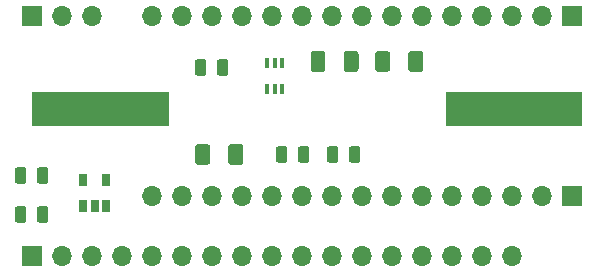
<source format=gbr>
G04 #@! TF.GenerationSoftware,KiCad,Pcbnew,5.1.5+dfsg1-2build2*
G04 #@! TF.CreationDate,2021-06-04T03:42:04+02:00*
G04 #@! TF.ProjectId,circuit8,63697263-7569-4743-982e-6b696361645f,rev?*
G04 #@! TF.SameCoordinates,Original*
G04 #@! TF.FileFunction,Soldermask,Top*
G04 #@! TF.FilePolarity,Negative*
%FSLAX46Y46*%
G04 Gerber Fmt 4.6, Leading zero omitted, Abs format (unit mm)*
G04 Created by KiCad (PCBNEW 5.1.5+dfsg1-2build2) date 2021-06-04 03:42:04*
%MOMM*%
%LPD*%
G04 APERTURE LIST*
%ADD10R,6.000000X3.000000*%
%ADD11O,1.700000X1.700000*%
%ADD12R,1.700000X1.700000*%
%ADD13C,0.100000*%
%ADD14R,0.400000X0.900000*%
%ADD15R,0.650000X1.060000*%
G04 APERTURE END LIST*
D10*
X28432000Y-33274000D03*
X69032000Y-33274000D03*
X34032000Y-33274000D03*
X63432000Y-33274000D03*
D11*
X35560000Y-25400000D03*
X38100000Y-25400000D03*
X40640000Y-25400000D03*
X43180000Y-25400000D03*
X45720000Y-25400000D03*
X48260000Y-25400000D03*
X50800000Y-25400000D03*
X53340000Y-25400000D03*
X55880000Y-25400000D03*
X58420000Y-25400000D03*
X60960000Y-25400000D03*
X63500000Y-25400000D03*
X66040000Y-25400000D03*
X68580000Y-25400000D03*
D12*
X71120000Y-25400000D03*
D13*
G36*
X58317504Y-28336204D02*
G01*
X58341773Y-28339804D01*
X58365571Y-28345765D01*
X58388671Y-28354030D01*
X58410849Y-28364520D01*
X58431893Y-28377133D01*
X58451598Y-28391747D01*
X58469777Y-28408223D01*
X58486253Y-28426402D01*
X58500867Y-28446107D01*
X58513480Y-28467151D01*
X58523970Y-28489329D01*
X58532235Y-28512429D01*
X58538196Y-28536227D01*
X58541796Y-28560496D01*
X58543000Y-28585000D01*
X58543000Y-29835000D01*
X58541796Y-29859504D01*
X58538196Y-29883773D01*
X58532235Y-29907571D01*
X58523970Y-29930671D01*
X58513480Y-29952849D01*
X58500867Y-29973893D01*
X58486253Y-29993598D01*
X58469777Y-30011777D01*
X58451598Y-30028253D01*
X58431893Y-30042867D01*
X58410849Y-30055480D01*
X58388671Y-30065970D01*
X58365571Y-30074235D01*
X58341773Y-30080196D01*
X58317504Y-30083796D01*
X58293000Y-30085000D01*
X57543000Y-30085000D01*
X57518496Y-30083796D01*
X57494227Y-30080196D01*
X57470429Y-30074235D01*
X57447329Y-30065970D01*
X57425151Y-30055480D01*
X57404107Y-30042867D01*
X57384402Y-30028253D01*
X57366223Y-30011777D01*
X57349747Y-29993598D01*
X57335133Y-29973893D01*
X57322520Y-29952849D01*
X57312030Y-29930671D01*
X57303765Y-29907571D01*
X57297804Y-29883773D01*
X57294204Y-29859504D01*
X57293000Y-29835000D01*
X57293000Y-28585000D01*
X57294204Y-28560496D01*
X57297804Y-28536227D01*
X57303765Y-28512429D01*
X57312030Y-28489329D01*
X57322520Y-28467151D01*
X57335133Y-28446107D01*
X57349747Y-28426402D01*
X57366223Y-28408223D01*
X57384402Y-28391747D01*
X57404107Y-28377133D01*
X57425151Y-28364520D01*
X57447329Y-28354030D01*
X57470429Y-28345765D01*
X57494227Y-28339804D01*
X57518496Y-28336204D01*
X57543000Y-28335000D01*
X58293000Y-28335000D01*
X58317504Y-28336204D01*
G37*
G36*
X55517504Y-28336204D02*
G01*
X55541773Y-28339804D01*
X55565571Y-28345765D01*
X55588671Y-28354030D01*
X55610849Y-28364520D01*
X55631893Y-28377133D01*
X55651598Y-28391747D01*
X55669777Y-28408223D01*
X55686253Y-28426402D01*
X55700867Y-28446107D01*
X55713480Y-28467151D01*
X55723970Y-28489329D01*
X55732235Y-28512429D01*
X55738196Y-28536227D01*
X55741796Y-28560496D01*
X55743000Y-28585000D01*
X55743000Y-29835000D01*
X55741796Y-29859504D01*
X55738196Y-29883773D01*
X55732235Y-29907571D01*
X55723970Y-29930671D01*
X55713480Y-29952849D01*
X55700867Y-29973893D01*
X55686253Y-29993598D01*
X55669777Y-30011777D01*
X55651598Y-30028253D01*
X55631893Y-30042867D01*
X55610849Y-30055480D01*
X55588671Y-30065970D01*
X55565571Y-30074235D01*
X55541773Y-30080196D01*
X55517504Y-30083796D01*
X55493000Y-30085000D01*
X54743000Y-30085000D01*
X54718496Y-30083796D01*
X54694227Y-30080196D01*
X54670429Y-30074235D01*
X54647329Y-30065970D01*
X54625151Y-30055480D01*
X54604107Y-30042867D01*
X54584402Y-30028253D01*
X54566223Y-30011777D01*
X54549747Y-29993598D01*
X54535133Y-29973893D01*
X54522520Y-29952849D01*
X54512030Y-29930671D01*
X54503765Y-29907571D01*
X54497804Y-29883773D01*
X54494204Y-29859504D01*
X54493000Y-29835000D01*
X54493000Y-28585000D01*
X54494204Y-28560496D01*
X54497804Y-28536227D01*
X54503765Y-28512429D01*
X54512030Y-28489329D01*
X54522520Y-28467151D01*
X54535133Y-28446107D01*
X54549747Y-28426402D01*
X54566223Y-28408223D01*
X54584402Y-28391747D01*
X54604107Y-28377133D01*
X54625151Y-28364520D01*
X54647329Y-28354030D01*
X54670429Y-28345765D01*
X54694227Y-28339804D01*
X54718496Y-28336204D01*
X54743000Y-28335000D01*
X55493000Y-28335000D01*
X55517504Y-28336204D01*
G37*
G36*
X50053504Y-28336204D02*
G01*
X50077773Y-28339804D01*
X50101571Y-28345765D01*
X50124671Y-28354030D01*
X50146849Y-28364520D01*
X50167893Y-28377133D01*
X50187598Y-28391747D01*
X50205777Y-28408223D01*
X50222253Y-28426402D01*
X50236867Y-28446107D01*
X50249480Y-28467151D01*
X50259970Y-28489329D01*
X50268235Y-28512429D01*
X50274196Y-28536227D01*
X50277796Y-28560496D01*
X50279000Y-28585000D01*
X50279000Y-29835000D01*
X50277796Y-29859504D01*
X50274196Y-29883773D01*
X50268235Y-29907571D01*
X50259970Y-29930671D01*
X50249480Y-29952849D01*
X50236867Y-29973893D01*
X50222253Y-29993598D01*
X50205777Y-30011777D01*
X50187598Y-30028253D01*
X50167893Y-30042867D01*
X50146849Y-30055480D01*
X50124671Y-30065970D01*
X50101571Y-30074235D01*
X50077773Y-30080196D01*
X50053504Y-30083796D01*
X50029000Y-30085000D01*
X49279000Y-30085000D01*
X49254496Y-30083796D01*
X49230227Y-30080196D01*
X49206429Y-30074235D01*
X49183329Y-30065970D01*
X49161151Y-30055480D01*
X49140107Y-30042867D01*
X49120402Y-30028253D01*
X49102223Y-30011777D01*
X49085747Y-29993598D01*
X49071133Y-29973893D01*
X49058520Y-29952849D01*
X49048030Y-29930671D01*
X49039765Y-29907571D01*
X49033804Y-29883773D01*
X49030204Y-29859504D01*
X49029000Y-29835000D01*
X49029000Y-28585000D01*
X49030204Y-28560496D01*
X49033804Y-28536227D01*
X49039765Y-28512429D01*
X49048030Y-28489329D01*
X49058520Y-28467151D01*
X49071133Y-28446107D01*
X49085747Y-28426402D01*
X49102223Y-28408223D01*
X49120402Y-28391747D01*
X49140107Y-28377133D01*
X49161151Y-28364520D01*
X49183329Y-28354030D01*
X49206429Y-28345765D01*
X49230227Y-28339804D01*
X49254496Y-28336204D01*
X49279000Y-28335000D01*
X50029000Y-28335000D01*
X50053504Y-28336204D01*
G37*
G36*
X52853504Y-28336204D02*
G01*
X52877773Y-28339804D01*
X52901571Y-28345765D01*
X52924671Y-28354030D01*
X52946849Y-28364520D01*
X52967893Y-28377133D01*
X52987598Y-28391747D01*
X53005777Y-28408223D01*
X53022253Y-28426402D01*
X53036867Y-28446107D01*
X53049480Y-28467151D01*
X53059970Y-28489329D01*
X53068235Y-28512429D01*
X53074196Y-28536227D01*
X53077796Y-28560496D01*
X53079000Y-28585000D01*
X53079000Y-29835000D01*
X53077796Y-29859504D01*
X53074196Y-29883773D01*
X53068235Y-29907571D01*
X53059970Y-29930671D01*
X53049480Y-29952849D01*
X53036867Y-29973893D01*
X53022253Y-29993598D01*
X53005777Y-30011777D01*
X52987598Y-30028253D01*
X52967893Y-30042867D01*
X52946849Y-30055480D01*
X52924671Y-30065970D01*
X52901571Y-30074235D01*
X52877773Y-30080196D01*
X52853504Y-30083796D01*
X52829000Y-30085000D01*
X52079000Y-30085000D01*
X52054496Y-30083796D01*
X52030227Y-30080196D01*
X52006429Y-30074235D01*
X51983329Y-30065970D01*
X51961151Y-30055480D01*
X51940107Y-30042867D01*
X51920402Y-30028253D01*
X51902223Y-30011777D01*
X51885747Y-29993598D01*
X51871133Y-29973893D01*
X51858520Y-29952849D01*
X51848030Y-29930671D01*
X51839765Y-29907571D01*
X51833804Y-29883773D01*
X51830204Y-29859504D01*
X51829000Y-29835000D01*
X51829000Y-28585000D01*
X51830204Y-28560496D01*
X51833804Y-28536227D01*
X51839765Y-28512429D01*
X51848030Y-28489329D01*
X51858520Y-28467151D01*
X51871133Y-28446107D01*
X51885747Y-28426402D01*
X51902223Y-28408223D01*
X51920402Y-28391747D01*
X51940107Y-28377133D01*
X51961151Y-28364520D01*
X51983329Y-28354030D01*
X52006429Y-28345765D01*
X52030227Y-28339804D01*
X52054496Y-28336204D01*
X52079000Y-28335000D01*
X52829000Y-28335000D01*
X52853504Y-28336204D01*
G37*
G36*
X40277504Y-36210204D02*
G01*
X40301773Y-36213804D01*
X40325571Y-36219765D01*
X40348671Y-36228030D01*
X40370849Y-36238520D01*
X40391893Y-36251133D01*
X40411598Y-36265747D01*
X40429777Y-36282223D01*
X40446253Y-36300402D01*
X40460867Y-36320107D01*
X40473480Y-36341151D01*
X40483970Y-36363329D01*
X40492235Y-36386429D01*
X40498196Y-36410227D01*
X40501796Y-36434496D01*
X40503000Y-36459000D01*
X40503000Y-37709000D01*
X40501796Y-37733504D01*
X40498196Y-37757773D01*
X40492235Y-37781571D01*
X40483970Y-37804671D01*
X40473480Y-37826849D01*
X40460867Y-37847893D01*
X40446253Y-37867598D01*
X40429777Y-37885777D01*
X40411598Y-37902253D01*
X40391893Y-37916867D01*
X40370849Y-37929480D01*
X40348671Y-37939970D01*
X40325571Y-37948235D01*
X40301773Y-37954196D01*
X40277504Y-37957796D01*
X40253000Y-37959000D01*
X39503000Y-37959000D01*
X39478496Y-37957796D01*
X39454227Y-37954196D01*
X39430429Y-37948235D01*
X39407329Y-37939970D01*
X39385151Y-37929480D01*
X39364107Y-37916867D01*
X39344402Y-37902253D01*
X39326223Y-37885777D01*
X39309747Y-37867598D01*
X39295133Y-37847893D01*
X39282520Y-37826849D01*
X39272030Y-37804671D01*
X39263765Y-37781571D01*
X39257804Y-37757773D01*
X39254204Y-37733504D01*
X39253000Y-37709000D01*
X39253000Y-36459000D01*
X39254204Y-36434496D01*
X39257804Y-36410227D01*
X39263765Y-36386429D01*
X39272030Y-36363329D01*
X39282520Y-36341151D01*
X39295133Y-36320107D01*
X39309747Y-36300402D01*
X39326223Y-36282223D01*
X39344402Y-36265747D01*
X39364107Y-36251133D01*
X39385151Y-36238520D01*
X39407329Y-36228030D01*
X39430429Y-36219765D01*
X39454227Y-36213804D01*
X39478496Y-36210204D01*
X39503000Y-36209000D01*
X40253000Y-36209000D01*
X40277504Y-36210204D01*
G37*
G36*
X43077504Y-36210204D02*
G01*
X43101773Y-36213804D01*
X43125571Y-36219765D01*
X43148671Y-36228030D01*
X43170849Y-36238520D01*
X43191893Y-36251133D01*
X43211598Y-36265747D01*
X43229777Y-36282223D01*
X43246253Y-36300402D01*
X43260867Y-36320107D01*
X43273480Y-36341151D01*
X43283970Y-36363329D01*
X43292235Y-36386429D01*
X43298196Y-36410227D01*
X43301796Y-36434496D01*
X43303000Y-36459000D01*
X43303000Y-37709000D01*
X43301796Y-37733504D01*
X43298196Y-37757773D01*
X43292235Y-37781571D01*
X43283970Y-37804671D01*
X43273480Y-37826849D01*
X43260867Y-37847893D01*
X43246253Y-37867598D01*
X43229777Y-37885777D01*
X43211598Y-37902253D01*
X43191893Y-37916867D01*
X43170849Y-37929480D01*
X43148671Y-37939970D01*
X43125571Y-37948235D01*
X43101773Y-37954196D01*
X43077504Y-37957796D01*
X43053000Y-37959000D01*
X42303000Y-37959000D01*
X42278496Y-37957796D01*
X42254227Y-37954196D01*
X42230429Y-37948235D01*
X42207329Y-37939970D01*
X42185151Y-37929480D01*
X42164107Y-37916867D01*
X42144402Y-37902253D01*
X42126223Y-37885777D01*
X42109747Y-37867598D01*
X42095133Y-37847893D01*
X42082520Y-37826849D01*
X42072030Y-37804671D01*
X42063765Y-37781571D01*
X42057804Y-37757773D01*
X42054204Y-37733504D01*
X42053000Y-37709000D01*
X42053000Y-36459000D01*
X42054204Y-36434496D01*
X42057804Y-36410227D01*
X42063765Y-36386429D01*
X42072030Y-36363329D01*
X42082520Y-36341151D01*
X42095133Y-36320107D01*
X42109747Y-36300402D01*
X42126223Y-36282223D01*
X42144402Y-36265747D01*
X42164107Y-36251133D01*
X42185151Y-36238520D01*
X42207329Y-36228030D01*
X42230429Y-36219765D01*
X42254227Y-36213804D01*
X42278496Y-36210204D01*
X42303000Y-36209000D01*
X43053000Y-36209000D01*
X43077504Y-36210204D01*
G37*
D12*
X71120000Y-40640000D03*
D11*
X68580000Y-40640000D03*
X66040000Y-40640000D03*
X63500000Y-40640000D03*
X60960000Y-40640000D03*
X58420000Y-40640000D03*
X55880000Y-40640000D03*
X53340000Y-40640000D03*
X50800000Y-40640000D03*
X48260000Y-40640000D03*
X45720000Y-40640000D03*
X43180000Y-40640000D03*
X40640000Y-40640000D03*
X38100000Y-40640000D03*
X35560000Y-40640000D03*
D12*
X25400000Y-45720000D03*
D11*
X27940000Y-45720000D03*
X30480000Y-45720000D03*
X33020000Y-45720000D03*
X35560000Y-45720000D03*
X38100000Y-45720000D03*
X40640000Y-45720000D03*
X43180000Y-45720000D03*
X45720000Y-45720000D03*
X48260000Y-45720000D03*
X50800000Y-45720000D03*
X53340000Y-45720000D03*
X55880000Y-45720000D03*
X58420000Y-45720000D03*
X60960000Y-45720000D03*
X63500000Y-45720000D03*
X66040000Y-45720000D03*
D13*
G36*
X41845142Y-29019174D02*
G01*
X41868803Y-29022684D01*
X41892007Y-29028496D01*
X41914529Y-29036554D01*
X41936153Y-29046782D01*
X41956670Y-29059079D01*
X41975883Y-29073329D01*
X41993607Y-29089393D01*
X42009671Y-29107117D01*
X42023921Y-29126330D01*
X42036218Y-29146847D01*
X42046446Y-29168471D01*
X42054504Y-29190993D01*
X42060316Y-29214197D01*
X42063826Y-29237858D01*
X42065000Y-29261750D01*
X42065000Y-30174250D01*
X42063826Y-30198142D01*
X42060316Y-30221803D01*
X42054504Y-30245007D01*
X42046446Y-30267529D01*
X42036218Y-30289153D01*
X42023921Y-30309670D01*
X42009671Y-30328883D01*
X41993607Y-30346607D01*
X41975883Y-30362671D01*
X41956670Y-30376921D01*
X41936153Y-30389218D01*
X41914529Y-30399446D01*
X41892007Y-30407504D01*
X41868803Y-30413316D01*
X41845142Y-30416826D01*
X41821250Y-30418000D01*
X41333750Y-30418000D01*
X41309858Y-30416826D01*
X41286197Y-30413316D01*
X41262993Y-30407504D01*
X41240471Y-30399446D01*
X41218847Y-30389218D01*
X41198330Y-30376921D01*
X41179117Y-30362671D01*
X41161393Y-30346607D01*
X41145329Y-30328883D01*
X41131079Y-30309670D01*
X41118782Y-30289153D01*
X41108554Y-30267529D01*
X41100496Y-30245007D01*
X41094684Y-30221803D01*
X41091174Y-30198142D01*
X41090000Y-30174250D01*
X41090000Y-29261750D01*
X41091174Y-29237858D01*
X41094684Y-29214197D01*
X41100496Y-29190993D01*
X41108554Y-29168471D01*
X41118782Y-29146847D01*
X41131079Y-29126330D01*
X41145329Y-29107117D01*
X41161393Y-29089393D01*
X41179117Y-29073329D01*
X41198330Y-29059079D01*
X41218847Y-29046782D01*
X41240471Y-29036554D01*
X41262993Y-29028496D01*
X41286197Y-29022684D01*
X41309858Y-29019174D01*
X41333750Y-29018000D01*
X41821250Y-29018000D01*
X41845142Y-29019174D01*
G37*
G36*
X39970142Y-29019174D02*
G01*
X39993803Y-29022684D01*
X40017007Y-29028496D01*
X40039529Y-29036554D01*
X40061153Y-29046782D01*
X40081670Y-29059079D01*
X40100883Y-29073329D01*
X40118607Y-29089393D01*
X40134671Y-29107117D01*
X40148921Y-29126330D01*
X40161218Y-29146847D01*
X40171446Y-29168471D01*
X40179504Y-29190993D01*
X40185316Y-29214197D01*
X40188826Y-29237858D01*
X40190000Y-29261750D01*
X40190000Y-30174250D01*
X40188826Y-30198142D01*
X40185316Y-30221803D01*
X40179504Y-30245007D01*
X40171446Y-30267529D01*
X40161218Y-30289153D01*
X40148921Y-30309670D01*
X40134671Y-30328883D01*
X40118607Y-30346607D01*
X40100883Y-30362671D01*
X40081670Y-30376921D01*
X40061153Y-30389218D01*
X40039529Y-30399446D01*
X40017007Y-30407504D01*
X39993803Y-30413316D01*
X39970142Y-30416826D01*
X39946250Y-30418000D01*
X39458750Y-30418000D01*
X39434858Y-30416826D01*
X39411197Y-30413316D01*
X39387993Y-30407504D01*
X39365471Y-30399446D01*
X39343847Y-30389218D01*
X39323330Y-30376921D01*
X39304117Y-30362671D01*
X39286393Y-30346607D01*
X39270329Y-30328883D01*
X39256079Y-30309670D01*
X39243782Y-30289153D01*
X39233554Y-30267529D01*
X39225496Y-30245007D01*
X39219684Y-30221803D01*
X39216174Y-30198142D01*
X39215000Y-30174250D01*
X39215000Y-29261750D01*
X39216174Y-29237858D01*
X39219684Y-29214197D01*
X39225496Y-29190993D01*
X39233554Y-29168471D01*
X39243782Y-29146847D01*
X39256079Y-29126330D01*
X39270329Y-29107117D01*
X39286393Y-29089393D01*
X39304117Y-29073329D01*
X39323330Y-29059079D01*
X39343847Y-29046782D01*
X39365471Y-29036554D01*
X39387993Y-29028496D01*
X39411197Y-29022684D01*
X39434858Y-29019174D01*
X39458750Y-29018000D01*
X39946250Y-29018000D01*
X39970142Y-29019174D01*
G37*
G36*
X53021142Y-36385174D02*
G01*
X53044803Y-36388684D01*
X53068007Y-36394496D01*
X53090529Y-36402554D01*
X53112153Y-36412782D01*
X53132670Y-36425079D01*
X53151883Y-36439329D01*
X53169607Y-36455393D01*
X53185671Y-36473117D01*
X53199921Y-36492330D01*
X53212218Y-36512847D01*
X53222446Y-36534471D01*
X53230504Y-36556993D01*
X53236316Y-36580197D01*
X53239826Y-36603858D01*
X53241000Y-36627750D01*
X53241000Y-37540250D01*
X53239826Y-37564142D01*
X53236316Y-37587803D01*
X53230504Y-37611007D01*
X53222446Y-37633529D01*
X53212218Y-37655153D01*
X53199921Y-37675670D01*
X53185671Y-37694883D01*
X53169607Y-37712607D01*
X53151883Y-37728671D01*
X53132670Y-37742921D01*
X53112153Y-37755218D01*
X53090529Y-37765446D01*
X53068007Y-37773504D01*
X53044803Y-37779316D01*
X53021142Y-37782826D01*
X52997250Y-37784000D01*
X52509750Y-37784000D01*
X52485858Y-37782826D01*
X52462197Y-37779316D01*
X52438993Y-37773504D01*
X52416471Y-37765446D01*
X52394847Y-37755218D01*
X52374330Y-37742921D01*
X52355117Y-37728671D01*
X52337393Y-37712607D01*
X52321329Y-37694883D01*
X52307079Y-37675670D01*
X52294782Y-37655153D01*
X52284554Y-37633529D01*
X52276496Y-37611007D01*
X52270684Y-37587803D01*
X52267174Y-37564142D01*
X52266000Y-37540250D01*
X52266000Y-36627750D01*
X52267174Y-36603858D01*
X52270684Y-36580197D01*
X52276496Y-36556993D01*
X52284554Y-36534471D01*
X52294782Y-36512847D01*
X52307079Y-36492330D01*
X52321329Y-36473117D01*
X52337393Y-36455393D01*
X52355117Y-36439329D01*
X52374330Y-36425079D01*
X52394847Y-36412782D01*
X52416471Y-36402554D01*
X52438993Y-36394496D01*
X52462197Y-36388684D01*
X52485858Y-36385174D01*
X52509750Y-36384000D01*
X52997250Y-36384000D01*
X53021142Y-36385174D01*
G37*
G36*
X51146142Y-36385174D02*
G01*
X51169803Y-36388684D01*
X51193007Y-36394496D01*
X51215529Y-36402554D01*
X51237153Y-36412782D01*
X51257670Y-36425079D01*
X51276883Y-36439329D01*
X51294607Y-36455393D01*
X51310671Y-36473117D01*
X51324921Y-36492330D01*
X51337218Y-36512847D01*
X51347446Y-36534471D01*
X51355504Y-36556993D01*
X51361316Y-36580197D01*
X51364826Y-36603858D01*
X51366000Y-36627750D01*
X51366000Y-37540250D01*
X51364826Y-37564142D01*
X51361316Y-37587803D01*
X51355504Y-37611007D01*
X51347446Y-37633529D01*
X51337218Y-37655153D01*
X51324921Y-37675670D01*
X51310671Y-37694883D01*
X51294607Y-37712607D01*
X51276883Y-37728671D01*
X51257670Y-37742921D01*
X51237153Y-37755218D01*
X51215529Y-37765446D01*
X51193007Y-37773504D01*
X51169803Y-37779316D01*
X51146142Y-37782826D01*
X51122250Y-37784000D01*
X50634750Y-37784000D01*
X50610858Y-37782826D01*
X50587197Y-37779316D01*
X50563993Y-37773504D01*
X50541471Y-37765446D01*
X50519847Y-37755218D01*
X50499330Y-37742921D01*
X50480117Y-37728671D01*
X50462393Y-37712607D01*
X50446329Y-37694883D01*
X50432079Y-37675670D01*
X50419782Y-37655153D01*
X50409554Y-37633529D01*
X50401496Y-37611007D01*
X50395684Y-37587803D01*
X50392174Y-37564142D01*
X50391000Y-37540250D01*
X50391000Y-36627750D01*
X50392174Y-36603858D01*
X50395684Y-36580197D01*
X50401496Y-36556993D01*
X50409554Y-36534471D01*
X50419782Y-36512847D01*
X50432079Y-36492330D01*
X50446329Y-36473117D01*
X50462393Y-36455393D01*
X50480117Y-36439329D01*
X50499330Y-36425079D01*
X50519847Y-36412782D01*
X50541471Y-36402554D01*
X50563993Y-36394496D01*
X50587197Y-36388684D01*
X50610858Y-36385174D01*
X50634750Y-36384000D01*
X51122250Y-36384000D01*
X51146142Y-36385174D01*
G37*
G36*
X46828142Y-36385174D02*
G01*
X46851803Y-36388684D01*
X46875007Y-36394496D01*
X46897529Y-36402554D01*
X46919153Y-36412782D01*
X46939670Y-36425079D01*
X46958883Y-36439329D01*
X46976607Y-36455393D01*
X46992671Y-36473117D01*
X47006921Y-36492330D01*
X47019218Y-36512847D01*
X47029446Y-36534471D01*
X47037504Y-36556993D01*
X47043316Y-36580197D01*
X47046826Y-36603858D01*
X47048000Y-36627750D01*
X47048000Y-37540250D01*
X47046826Y-37564142D01*
X47043316Y-37587803D01*
X47037504Y-37611007D01*
X47029446Y-37633529D01*
X47019218Y-37655153D01*
X47006921Y-37675670D01*
X46992671Y-37694883D01*
X46976607Y-37712607D01*
X46958883Y-37728671D01*
X46939670Y-37742921D01*
X46919153Y-37755218D01*
X46897529Y-37765446D01*
X46875007Y-37773504D01*
X46851803Y-37779316D01*
X46828142Y-37782826D01*
X46804250Y-37784000D01*
X46316750Y-37784000D01*
X46292858Y-37782826D01*
X46269197Y-37779316D01*
X46245993Y-37773504D01*
X46223471Y-37765446D01*
X46201847Y-37755218D01*
X46181330Y-37742921D01*
X46162117Y-37728671D01*
X46144393Y-37712607D01*
X46128329Y-37694883D01*
X46114079Y-37675670D01*
X46101782Y-37655153D01*
X46091554Y-37633529D01*
X46083496Y-37611007D01*
X46077684Y-37587803D01*
X46074174Y-37564142D01*
X46073000Y-37540250D01*
X46073000Y-36627750D01*
X46074174Y-36603858D01*
X46077684Y-36580197D01*
X46083496Y-36556993D01*
X46091554Y-36534471D01*
X46101782Y-36512847D01*
X46114079Y-36492330D01*
X46128329Y-36473117D01*
X46144393Y-36455393D01*
X46162117Y-36439329D01*
X46181330Y-36425079D01*
X46201847Y-36412782D01*
X46223471Y-36402554D01*
X46245993Y-36394496D01*
X46269197Y-36388684D01*
X46292858Y-36385174D01*
X46316750Y-36384000D01*
X46804250Y-36384000D01*
X46828142Y-36385174D01*
G37*
G36*
X48703142Y-36385174D02*
G01*
X48726803Y-36388684D01*
X48750007Y-36394496D01*
X48772529Y-36402554D01*
X48794153Y-36412782D01*
X48814670Y-36425079D01*
X48833883Y-36439329D01*
X48851607Y-36455393D01*
X48867671Y-36473117D01*
X48881921Y-36492330D01*
X48894218Y-36512847D01*
X48904446Y-36534471D01*
X48912504Y-36556993D01*
X48918316Y-36580197D01*
X48921826Y-36603858D01*
X48923000Y-36627750D01*
X48923000Y-37540250D01*
X48921826Y-37564142D01*
X48918316Y-37587803D01*
X48912504Y-37611007D01*
X48904446Y-37633529D01*
X48894218Y-37655153D01*
X48881921Y-37675670D01*
X48867671Y-37694883D01*
X48851607Y-37712607D01*
X48833883Y-37728671D01*
X48814670Y-37742921D01*
X48794153Y-37755218D01*
X48772529Y-37765446D01*
X48750007Y-37773504D01*
X48726803Y-37779316D01*
X48703142Y-37782826D01*
X48679250Y-37784000D01*
X48191750Y-37784000D01*
X48167858Y-37782826D01*
X48144197Y-37779316D01*
X48120993Y-37773504D01*
X48098471Y-37765446D01*
X48076847Y-37755218D01*
X48056330Y-37742921D01*
X48037117Y-37728671D01*
X48019393Y-37712607D01*
X48003329Y-37694883D01*
X47989079Y-37675670D01*
X47976782Y-37655153D01*
X47966554Y-37633529D01*
X47958496Y-37611007D01*
X47952684Y-37587803D01*
X47949174Y-37564142D01*
X47948000Y-37540250D01*
X47948000Y-36627750D01*
X47949174Y-36603858D01*
X47952684Y-36580197D01*
X47958496Y-36556993D01*
X47966554Y-36534471D01*
X47976782Y-36512847D01*
X47989079Y-36492330D01*
X48003329Y-36473117D01*
X48019393Y-36455393D01*
X48037117Y-36439329D01*
X48056330Y-36425079D01*
X48076847Y-36412782D01*
X48098471Y-36402554D01*
X48120993Y-36394496D01*
X48144197Y-36388684D01*
X48167858Y-36385174D01*
X48191750Y-36384000D01*
X48679250Y-36384000D01*
X48703142Y-36385174D01*
G37*
G36*
X24730142Y-38163174D02*
G01*
X24753803Y-38166684D01*
X24777007Y-38172496D01*
X24799529Y-38180554D01*
X24821153Y-38190782D01*
X24841670Y-38203079D01*
X24860883Y-38217329D01*
X24878607Y-38233393D01*
X24894671Y-38251117D01*
X24908921Y-38270330D01*
X24921218Y-38290847D01*
X24931446Y-38312471D01*
X24939504Y-38334993D01*
X24945316Y-38358197D01*
X24948826Y-38381858D01*
X24950000Y-38405750D01*
X24950000Y-39318250D01*
X24948826Y-39342142D01*
X24945316Y-39365803D01*
X24939504Y-39389007D01*
X24931446Y-39411529D01*
X24921218Y-39433153D01*
X24908921Y-39453670D01*
X24894671Y-39472883D01*
X24878607Y-39490607D01*
X24860883Y-39506671D01*
X24841670Y-39520921D01*
X24821153Y-39533218D01*
X24799529Y-39543446D01*
X24777007Y-39551504D01*
X24753803Y-39557316D01*
X24730142Y-39560826D01*
X24706250Y-39562000D01*
X24218750Y-39562000D01*
X24194858Y-39560826D01*
X24171197Y-39557316D01*
X24147993Y-39551504D01*
X24125471Y-39543446D01*
X24103847Y-39533218D01*
X24083330Y-39520921D01*
X24064117Y-39506671D01*
X24046393Y-39490607D01*
X24030329Y-39472883D01*
X24016079Y-39453670D01*
X24003782Y-39433153D01*
X23993554Y-39411529D01*
X23985496Y-39389007D01*
X23979684Y-39365803D01*
X23976174Y-39342142D01*
X23975000Y-39318250D01*
X23975000Y-38405750D01*
X23976174Y-38381858D01*
X23979684Y-38358197D01*
X23985496Y-38334993D01*
X23993554Y-38312471D01*
X24003782Y-38290847D01*
X24016079Y-38270330D01*
X24030329Y-38251117D01*
X24046393Y-38233393D01*
X24064117Y-38217329D01*
X24083330Y-38203079D01*
X24103847Y-38190782D01*
X24125471Y-38180554D01*
X24147993Y-38172496D01*
X24171197Y-38166684D01*
X24194858Y-38163174D01*
X24218750Y-38162000D01*
X24706250Y-38162000D01*
X24730142Y-38163174D01*
G37*
G36*
X26605142Y-38163174D02*
G01*
X26628803Y-38166684D01*
X26652007Y-38172496D01*
X26674529Y-38180554D01*
X26696153Y-38190782D01*
X26716670Y-38203079D01*
X26735883Y-38217329D01*
X26753607Y-38233393D01*
X26769671Y-38251117D01*
X26783921Y-38270330D01*
X26796218Y-38290847D01*
X26806446Y-38312471D01*
X26814504Y-38334993D01*
X26820316Y-38358197D01*
X26823826Y-38381858D01*
X26825000Y-38405750D01*
X26825000Y-39318250D01*
X26823826Y-39342142D01*
X26820316Y-39365803D01*
X26814504Y-39389007D01*
X26806446Y-39411529D01*
X26796218Y-39433153D01*
X26783921Y-39453670D01*
X26769671Y-39472883D01*
X26753607Y-39490607D01*
X26735883Y-39506671D01*
X26716670Y-39520921D01*
X26696153Y-39533218D01*
X26674529Y-39543446D01*
X26652007Y-39551504D01*
X26628803Y-39557316D01*
X26605142Y-39560826D01*
X26581250Y-39562000D01*
X26093750Y-39562000D01*
X26069858Y-39560826D01*
X26046197Y-39557316D01*
X26022993Y-39551504D01*
X26000471Y-39543446D01*
X25978847Y-39533218D01*
X25958330Y-39520921D01*
X25939117Y-39506671D01*
X25921393Y-39490607D01*
X25905329Y-39472883D01*
X25891079Y-39453670D01*
X25878782Y-39433153D01*
X25868554Y-39411529D01*
X25860496Y-39389007D01*
X25854684Y-39365803D01*
X25851174Y-39342142D01*
X25850000Y-39318250D01*
X25850000Y-38405750D01*
X25851174Y-38381858D01*
X25854684Y-38358197D01*
X25860496Y-38334993D01*
X25868554Y-38312471D01*
X25878782Y-38290847D01*
X25891079Y-38270330D01*
X25905329Y-38251117D01*
X25921393Y-38233393D01*
X25939117Y-38217329D01*
X25958330Y-38203079D01*
X25978847Y-38190782D01*
X26000471Y-38180554D01*
X26022993Y-38172496D01*
X26046197Y-38166684D01*
X26069858Y-38163174D01*
X26093750Y-38162000D01*
X26581250Y-38162000D01*
X26605142Y-38163174D01*
G37*
G36*
X26605142Y-41465174D02*
G01*
X26628803Y-41468684D01*
X26652007Y-41474496D01*
X26674529Y-41482554D01*
X26696153Y-41492782D01*
X26716670Y-41505079D01*
X26735883Y-41519329D01*
X26753607Y-41535393D01*
X26769671Y-41553117D01*
X26783921Y-41572330D01*
X26796218Y-41592847D01*
X26806446Y-41614471D01*
X26814504Y-41636993D01*
X26820316Y-41660197D01*
X26823826Y-41683858D01*
X26825000Y-41707750D01*
X26825000Y-42620250D01*
X26823826Y-42644142D01*
X26820316Y-42667803D01*
X26814504Y-42691007D01*
X26806446Y-42713529D01*
X26796218Y-42735153D01*
X26783921Y-42755670D01*
X26769671Y-42774883D01*
X26753607Y-42792607D01*
X26735883Y-42808671D01*
X26716670Y-42822921D01*
X26696153Y-42835218D01*
X26674529Y-42845446D01*
X26652007Y-42853504D01*
X26628803Y-42859316D01*
X26605142Y-42862826D01*
X26581250Y-42864000D01*
X26093750Y-42864000D01*
X26069858Y-42862826D01*
X26046197Y-42859316D01*
X26022993Y-42853504D01*
X26000471Y-42845446D01*
X25978847Y-42835218D01*
X25958330Y-42822921D01*
X25939117Y-42808671D01*
X25921393Y-42792607D01*
X25905329Y-42774883D01*
X25891079Y-42755670D01*
X25878782Y-42735153D01*
X25868554Y-42713529D01*
X25860496Y-42691007D01*
X25854684Y-42667803D01*
X25851174Y-42644142D01*
X25850000Y-42620250D01*
X25850000Y-41707750D01*
X25851174Y-41683858D01*
X25854684Y-41660197D01*
X25860496Y-41636993D01*
X25868554Y-41614471D01*
X25878782Y-41592847D01*
X25891079Y-41572330D01*
X25905329Y-41553117D01*
X25921393Y-41535393D01*
X25939117Y-41519329D01*
X25958330Y-41505079D01*
X25978847Y-41492782D01*
X26000471Y-41482554D01*
X26022993Y-41474496D01*
X26046197Y-41468684D01*
X26069858Y-41465174D01*
X26093750Y-41464000D01*
X26581250Y-41464000D01*
X26605142Y-41465174D01*
G37*
G36*
X24730142Y-41465174D02*
G01*
X24753803Y-41468684D01*
X24777007Y-41474496D01*
X24799529Y-41482554D01*
X24821153Y-41492782D01*
X24841670Y-41505079D01*
X24860883Y-41519329D01*
X24878607Y-41535393D01*
X24894671Y-41553117D01*
X24908921Y-41572330D01*
X24921218Y-41592847D01*
X24931446Y-41614471D01*
X24939504Y-41636993D01*
X24945316Y-41660197D01*
X24948826Y-41683858D01*
X24950000Y-41707750D01*
X24950000Y-42620250D01*
X24948826Y-42644142D01*
X24945316Y-42667803D01*
X24939504Y-42691007D01*
X24931446Y-42713529D01*
X24921218Y-42735153D01*
X24908921Y-42755670D01*
X24894671Y-42774883D01*
X24878607Y-42792607D01*
X24860883Y-42808671D01*
X24841670Y-42822921D01*
X24821153Y-42835218D01*
X24799529Y-42845446D01*
X24777007Y-42853504D01*
X24753803Y-42859316D01*
X24730142Y-42862826D01*
X24706250Y-42864000D01*
X24218750Y-42864000D01*
X24194858Y-42862826D01*
X24171197Y-42859316D01*
X24147993Y-42853504D01*
X24125471Y-42845446D01*
X24103847Y-42835218D01*
X24083330Y-42822921D01*
X24064117Y-42808671D01*
X24046393Y-42792607D01*
X24030329Y-42774883D01*
X24016079Y-42755670D01*
X24003782Y-42735153D01*
X23993554Y-42713529D01*
X23985496Y-42691007D01*
X23979684Y-42667803D01*
X23976174Y-42644142D01*
X23975000Y-42620250D01*
X23975000Y-41707750D01*
X23976174Y-41683858D01*
X23979684Y-41660197D01*
X23985496Y-41636993D01*
X23993554Y-41614471D01*
X24003782Y-41592847D01*
X24016079Y-41572330D01*
X24030329Y-41553117D01*
X24046393Y-41535393D01*
X24064117Y-41519329D01*
X24083330Y-41505079D01*
X24103847Y-41492782D01*
X24125471Y-41482554D01*
X24147993Y-41474496D01*
X24171197Y-41468684D01*
X24194858Y-41465174D01*
X24218750Y-41464000D01*
X24706250Y-41464000D01*
X24730142Y-41465174D01*
G37*
D12*
X25400000Y-25400000D03*
D11*
X27940000Y-25400000D03*
X30480000Y-25400000D03*
D14*
X46624000Y-29380000D03*
X45324000Y-29380000D03*
X45974000Y-31580000D03*
X45974000Y-29380000D03*
X45324000Y-31580000D03*
X46624000Y-31580000D03*
D15*
X29784000Y-41486000D03*
X30734000Y-41486000D03*
X31684000Y-41486000D03*
X31684000Y-39286000D03*
X29784000Y-39286000D03*
M02*

</source>
